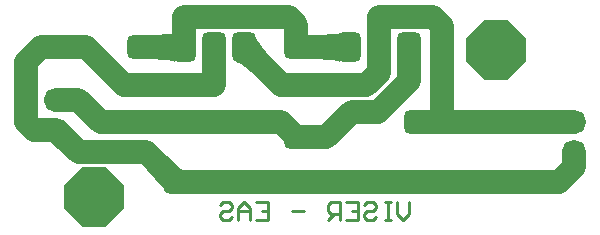
<source format=gbl>
G04 Layer_Physical_Order=2*
G04 Layer_Color=16711680*
%FSLAX25Y25*%
%MOIN*%
G70*
G01*
G75*
G04:AMPARAMS|DCode=10|XSize=80mil|YSize=100mil|CornerRadius=20mil|HoleSize=0mil|Usage=FLASHONLY|Rotation=0.000|XOffset=0mil|YOffset=0mil|HoleType=Round|Shape=RoundedRectangle|*
%AMROUNDEDRECTD10*
21,1,0.08000,0.06000,0,0,0.0*
21,1,0.04000,0.10000,0,0,0.0*
1,1,0.04000,0.02000,-0.03000*
1,1,0.04000,-0.02000,-0.03000*
1,1,0.04000,-0.02000,0.03000*
1,1,0.04000,0.02000,0.03000*
%
%ADD10ROUNDEDRECTD10*%
G04:AMPARAMS|DCode=11|XSize=80mil|YSize=80mil|CornerRadius=20mil|HoleSize=0mil|Usage=FLASHONLY|Rotation=270.000|XOffset=0mil|YOffset=0mil|HoleType=Round|Shape=RoundedRectangle|*
%AMROUNDEDRECTD11*
21,1,0.08000,0.04000,0,0,270.0*
21,1,0.04000,0.08000,0,0,270.0*
1,1,0.04000,-0.02000,-0.02000*
1,1,0.04000,-0.02000,0.02000*
1,1,0.04000,0.02000,0.02000*
1,1,0.04000,0.02000,-0.02000*
%
%ADD11ROUNDEDRECTD11*%
G04:AMPARAMS|DCode=12|XSize=70mil|YSize=70mil|CornerRadius=17.5mil|HoleSize=0mil|Usage=FLASHONLY|Rotation=90.000|XOffset=0mil|YOffset=0mil|HoleType=Round|Shape=RoundedRectangle|*
%AMROUNDEDRECTD12*
21,1,0.07000,0.03500,0,0,90.0*
21,1,0.03500,0.07000,0,0,90.0*
1,1,0.03500,0.01750,0.01750*
1,1,0.03500,0.01750,-0.01750*
1,1,0.03500,-0.01750,-0.01750*
1,1,0.03500,-0.01750,0.01750*
%
%ADD12ROUNDEDRECTD12*%
G04:AMPARAMS|DCode=13|XSize=80mil|YSize=80mil|CornerRadius=20mil|HoleSize=0mil|Usage=FLASHONLY|Rotation=180.000|XOffset=0mil|YOffset=0mil|HoleType=Round|Shape=RoundedRectangle|*
%AMROUNDEDRECTD13*
21,1,0.08000,0.04000,0,0,180.0*
21,1,0.04000,0.08000,0,0,180.0*
1,1,0.04000,-0.02000,0.02000*
1,1,0.04000,0.02000,0.02000*
1,1,0.04000,0.02000,-0.02000*
1,1,0.04000,-0.02000,-0.02000*
%
%ADD13ROUNDEDRECTD13*%
%ADD14P,0.21307X8X22.5*%
%ADD15C,0.08000*%
%ADD16C,0.01000*%
G36*
X18357Y34993D02*
X18555Y34754D01*
X19808Y33408D01*
X24093Y29064D01*
X18436Y23407D01*
X12374Y29232D01*
X18268Y35127D01*
X18357Y34993D01*
D02*
G37*
G36*
X51994Y23674D02*
X56596Y19591D01*
X57131Y19218D01*
X57600Y18934D01*
X58003Y18736D01*
X51263Y11997D01*
X51066Y12400D01*
X50782Y12869D01*
X50409Y13404D01*
X49400Y14673D01*
X48039Y16207D01*
X45338Y19005D01*
X50995Y24662D01*
X51994Y23674D01*
D02*
G37*
G36*
X81561Y63283D02*
X81945Y62545D01*
X82891Y61015D01*
X83454Y60223D01*
X84758Y58586D01*
X86301Y56876D01*
X87162Y55995D01*
X82505Y49338D01*
X81449Y50377D01*
X77898Y53496D01*
X77179Y54016D01*
X76528Y54433D01*
X75945Y54747D01*
X75429Y54957D01*
X74981Y55063D01*
X81236Y64003D01*
X81561Y63283D01*
D02*
G37*
G36*
X109497Y55264D02*
X109237Y55403D01*
X108841Y55529D01*
X108308Y55639D01*
X107639Y55735D01*
X105892Y55882D01*
X102249Y55993D01*
X100762Y56000D01*
Y64000D01*
X102249Y64007D01*
X108308Y64361D01*
X108841Y64471D01*
X109237Y64597D01*
X109497Y64736D01*
Y55264D01*
D02*
G37*
G36*
X54497D02*
X54237Y55403D01*
X53841Y55529D01*
X53308Y55639D01*
X52639Y55735D01*
X50892Y55882D01*
X47249Y55993D01*
X45762Y56000D01*
Y64000D01*
X47249Y64007D01*
X53308Y64361D01*
X53841Y64471D01*
X54237Y64597D01*
X54497Y64736D01*
Y55264D01*
D02*
G37*
D10*
X132500Y60000D02*
D03*
X122500D02*
D03*
X112500D02*
D03*
X77500D02*
D03*
X67500D02*
D03*
X57500D02*
D03*
D11*
X135000Y15000D02*
D03*
Y35000D02*
D03*
X162500D02*
D03*
Y15000D02*
D03*
X55000Y35000D02*
D03*
Y15000D02*
D03*
X82500D02*
D03*
Y35000D02*
D03*
X95000Y60000D02*
D03*
Y30000D02*
D03*
D12*
X187500Y25000D02*
D03*
Y35000D02*
D03*
X15000Y42500D02*
D03*
Y32500D02*
D03*
D13*
X22500Y60000D02*
D03*
X42500D02*
D03*
D14*
X27500Y10000D02*
D03*
X161500Y59000D02*
D03*
D15*
X37500Y47500D02*
X67500D01*
X25000Y60000D02*
X37500Y47500D01*
X67500D02*
Y60000D01*
X162500Y15000D02*
X182500D01*
X135000D02*
X162500D01*
X182500D02*
X187500Y20000D01*
Y25000D01*
X95000Y30000D02*
X105000D01*
X113500Y38500D01*
X122100D01*
X132500Y48899D01*
Y60000D01*
X90000Y47500D02*
X118373D01*
X122500Y51627D02*
Y60000D01*
X118373Y47500D02*
X122500Y51627D01*
X77500Y60000D02*
X90000Y47500D01*
Y35000D02*
X95000Y30000D01*
X57500Y60000D02*
Y70000D01*
X92500D01*
X95000Y67500D01*
Y60000D02*
Y67500D01*
Y60000D02*
X112500D01*
X162500Y35000D02*
X187500D01*
X82500Y15000D02*
X135000D01*
X82500Y35000D02*
X90000D01*
X55000Y15000D02*
X82500D01*
X55000Y35000D02*
X82500D01*
X29772D02*
X55000D01*
X42500Y60000D02*
X57500D01*
X45000Y25000D02*
X55000Y15000D01*
X22500Y25000D02*
X45000D01*
X15000Y32500D02*
X22500Y25000D01*
X7500Y32500D02*
X15000D01*
X5000Y35000D02*
X7500Y32500D01*
X5000Y35000D02*
Y55000D01*
X10000Y60000D01*
X22500D01*
X22272Y42500D02*
X29772Y35000D01*
X15000Y42500D02*
X22272D01*
X22500Y60000D02*
X25000D01*
X143500Y35000D02*
Y67000D01*
X135000Y35000D02*
X143500D01*
X162500D01*
X140500Y70000D02*
X143500Y67000D01*
X122500Y70000D02*
X140500D01*
X122500Y60000D02*
Y70000D01*
D16*
X132500Y8498D02*
Y4499D01*
X130501Y2500D01*
X128501Y4499D01*
Y8498D01*
X126502D02*
X124503D01*
X125502D01*
Y2500D01*
X126502D01*
X124503D01*
X117505Y7498D02*
X118505Y8498D01*
X120504D01*
X121504Y7498D01*
Y6499D01*
X120504Y5499D01*
X118505D01*
X117505Y4499D01*
Y3500D01*
X118505Y2500D01*
X120504D01*
X121504Y3500D01*
X111507Y8498D02*
X115506D01*
Y2500D01*
X111507D01*
X115506Y5499D02*
X113506D01*
X109507Y2500D02*
Y8498D01*
X106508D01*
X105509Y7498D01*
Y5499D01*
X106508Y4499D01*
X109507D01*
X107508D02*
X105509Y2500D01*
X97511Y5499D02*
X93513D01*
X81516Y8498D02*
X85515D01*
Y2500D01*
X81516D01*
X85515Y5499D02*
X83516D01*
X79517Y2500D02*
Y6499D01*
X77518Y8498D01*
X75518Y6499D01*
Y2500D01*
Y5499D01*
X79517D01*
X69520Y7498D02*
X70520Y8498D01*
X72519D01*
X73519Y7498D01*
Y6499D01*
X72519Y5499D01*
X70520D01*
X69520Y4499D01*
Y3500D01*
X70520Y2500D01*
X72519D01*
X73519Y3500D01*
M02*

</source>
